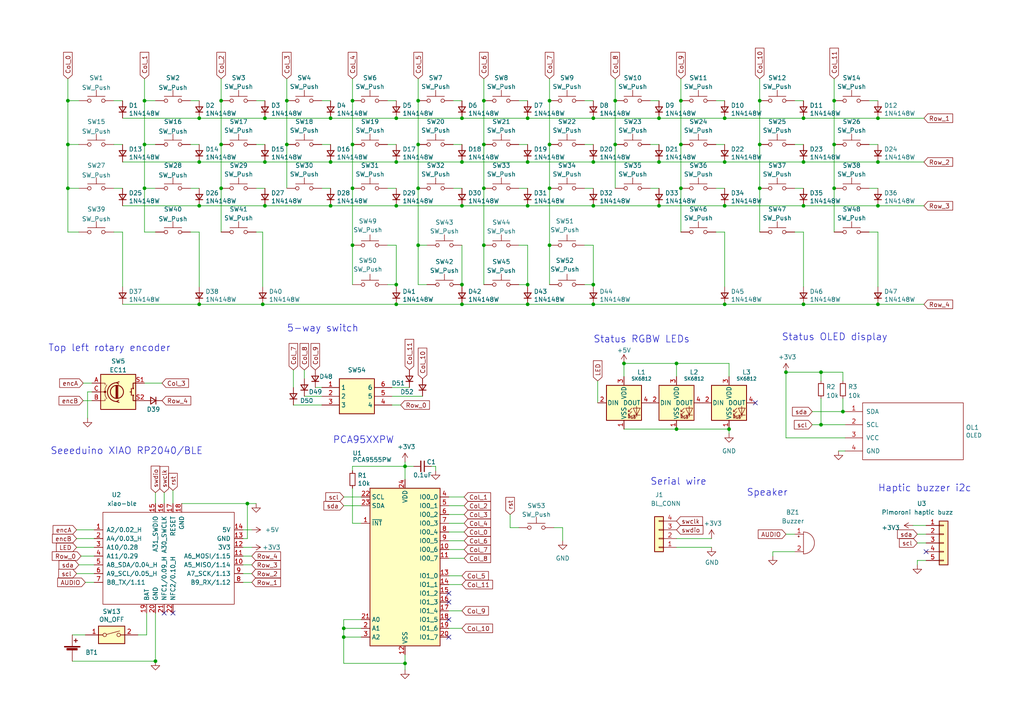
<source format=kicad_sch>
(kicad_sch (version 20230121) (generator eeschema)
  (paper "A4")
  (junction (at 114.935 34.29))
  (junction (at 159.385 54.61))
  (junction (at 64.135 54.61))
  (junction (at 159.385 29.21))
  (junction (at 102.235 54.61))
  (junction (at 140.335 41.91))
  (junction (at 133.985 46.99))
  (junction (at 210.185 59.69))
  (junction (at 114.935 82.55))
  (junction (at 76.2 88.265))
  (junction (at 191.135 34.29))
  (junction (at 114.935 46.99))
  (junction (at 117.475 192.405))
  (junction (at 57.785 88.265))
  (junction (at 153.035 82.55))
  (junction (at 233.045 46.99))
  (junction (at 153.035 34.29))
  (junction (at 238.125 107.95))
  (junction (at 233.045 59.69))
  (junction (at 159.385 41.91))
  (junction (at 233.045 88.265))
  (junction (at 254.635 46.99))
  (junction (at 99.695 182.245))
  (junction (at 121.285 54.61))
  (junction (at 197.485 54.61))
  (junction (at 210.185 88.265))
  (junction (at 153.035 46.99))
  (junction (at 102.235 41.91))
  (junction (at 57.785 34.29))
  (junction (at 76.835 59.69))
  (junction (at 153.035 59.69))
  (junction (at 238.125 123.19))
  (junction (at 102.235 71.12))
  (junction (at 121.285 29.21))
  (junction (at 76.835 34.29))
  (junction (at 64.135 29.21))
  (junction (at 57.785 59.69))
  (junction (at 19.685 29.21))
  (junction (at 244.475 119.38))
  (junction (at 191.135 59.69))
  (junction (at 211.455 124.46))
  (junction (at 114.935 59.69))
  (junction (at 140.335 54.61))
  (junction (at 64.135 41.91))
  (junction (at 197.485 29.21))
  (junction (at 172.085 88.265))
  (junction (at 254.635 34.29))
  (junction (at 95.885 34.29))
  (junction (at 99.695 184.785))
  (junction (at 95.885 46.99))
  (junction (at 220.345 54.61))
  (junction (at 172.085 59.69))
  (junction (at 254.635 59.69))
  (junction (at 241.935 41.91))
  (junction (at 41.91 54.61))
  (junction (at 57.785 46.99))
  (junction (at 196.215 124.46))
  (junction (at 121.285 41.91))
  (junction (at 140.335 71.12))
  (junction (at 178.435 29.21))
  (junction (at 254.635 88.265))
  (junction (at 71.755 146.05))
  (junction (at 241.935 54.61))
  (junction (at 76.835 46.99))
  (junction (at 227.965 107.95))
  (junction (at 95.885 59.69))
  (junction (at 133.985 34.29))
  (junction (at 121.285 71.12))
  (junction (at 191.135 46.99))
  (junction (at 197.485 41.91))
  (junction (at 83.185 41.91))
  (junction (at 102.235 29.21))
  (junction (at 133.985 82.55))
  (junction (at 178.435 41.91))
  (junction (at 133.985 88.265))
  (junction (at 210.185 34.29))
  (junction (at 133.985 59.69))
  (junction (at 140.335 29.21))
  (junction (at 45.085 191.77))
  (junction (at 114.935 88.265))
  (junction (at 19.685 41.91))
  (junction (at 172.085 82.55))
  (junction (at 83.185 29.21))
  (junction (at 19.685 54.61))
  (junction (at 196.215 105.41))
  (junction (at 41.91 29.21))
  (junction (at 172.085 34.29))
  (junction (at 210.185 46.99))
  (junction (at 220.345 41.91))
  (junction (at 241.935 29.21))
  (junction (at 153.035 88.265))
  (junction (at 41.91 41.91))
  (junction (at 172.085 46.99))
  (junction (at 220.345 29.21))
  (junction (at 233.045 34.29))
  (junction (at 159.385 71.12))
  (junction (at 180.975 105.41))
  (junction (at 117.475 135.255))
  (no_connect (at 219.075 116.84))
  (no_connect (at 268.605 160.02))
  (no_connect (at 130.175 184.785))
  (no_connect (at 130.175 172.085))
  (no_connect (at 130.175 174.625))
  (no_connect (at 130.175 179.705))
  (no_connect (at 47.625 177.8))
  (no_connect (at 50.165 177.8))
  (wire (pts (xy 244.475 119.38) (xy 245.11 119.38)))
  (wire (pts (xy 244.475 115.57) (xy 244.475 119.38)))
  (wire (pts (xy 196.215 156.21) (xy 206.375 156.21)))
  (wire (pts (xy 41.91 111.125) (xy 46.99 111.125)))
  (wire (pts (xy 25.4 113.665) (xy 26.67 113.665)))
  (wire (pts (xy 252.095 54.61) (xy 254.635 54.61)))
  (wire (pts (xy 64.135 29.21) (xy 64.135 41.91)))
  (wire (pts (xy 41.91 54.61) (xy 41.91 67.31)))
  (wire (pts (xy 134.62 159.385) (xy 130.175 159.385)))
  (wire (pts (xy 150.495 71.12) (xy 153.035 71.12)))
  (wire (pts (xy 121.285 29.21) (xy 121.285 41.91)))
  (wire (pts (xy 102.235 71.12) (xy 102.235 82.55)))
  (wire (pts (xy 252.095 41.91) (xy 254.635 41.91)))
  (wire (pts (xy 169.545 71.12) (xy 172.085 71.12)))
  (wire (pts (xy 55.245 29.21) (xy 57.785 29.21)))
  (wire (pts (xy 196.215 158.75) (xy 206.375 158.75)))
  (wire (pts (xy 64.135 54.61) (xy 64.135 67.31)))
  (wire (pts (xy 230.505 67.31) (xy 233.045 67.31)))
  (wire (pts (xy 220.345 54.61) (xy 220.345 67.31)))
  (wire (pts (xy 172.085 88.265) (xy 210.185 88.265)))
  (wire (pts (xy 114.935 82.55) (xy 114.935 83.185)))
  (wire (pts (xy 188.595 54.61) (xy 191.135 54.61)))
  (wire (pts (xy 33.02 67.31) (xy 35.56 67.31)))
  (wire (pts (xy 83.185 29.21) (xy 83.185 41.91)))
  (wire (pts (xy 102.235 41.91) (xy 102.235 54.61)))
  (wire (pts (xy 169.545 82.55) (xy 172.085 82.55)))
  (wire (pts (xy 244.475 107.95) (xy 244.475 110.49)))
  (wire (pts (xy 19.685 29.21) (xy 19.685 41.91)))
  (wire (pts (xy 238.125 115.57) (xy 238.125 123.19)))
  (wire (pts (xy 41.91 41.91) (xy 45.085 41.91)))
  (wire (pts (xy 50.165 142.24) (xy 50.165 146.05)))
  (wire (pts (xy 57.785 88.265) (xy 76.2 88.265)))
  (wire (pts (xy 35.56 34.29) (xy 57.785 34.29)))
  (wire (pts (xy 241.935 29.21) (xy 241.935 41.91)))
  (wire (pts (xy 104.775 151.765) (xy 102.235 151.765)))
  (wire (pts (xy 95.885 34.29) (xy 114.935 34.29)))
  (wire (pts (xy 180.975 124.46) (xy 196.215 124.46)))
  (wire (pts (xy 121.285 71.12) (xy 121.285 54.61)))
  (wire (pts (xy 40.005 184.15) (xy 42.545 184.15)))
  (wire (pts (xy 134.62 156.845) (xy 130.175 156.845)))
  (wire (pts (xy 133.985 82.55) (xy 133.985 83.185)))
  (wire (pts (xy 70.485 153.67) (xy 73.025 153.67)))
  (wire (pts (xy 153.035 46.99) (xy 172.085 46.99)))
  (wire (pts (xy 196.215 124.46) (xy 211.455 124.46)))
  (wire (pts (xy 64.135 22.86) (xy 64.135 29.21)))
  (wire (pts (xy 85.09 107.315) (xy 85.09 112.395)))
  (wire (pts (xy 178.435 29.21) (xy 178.435 41.91)))
  (wire (pts (xy 169.545 54.61) (xy 172.085 54.61)))
  (wire (pts (xy 41.91 29.21) (xy 45.085 29.21)))
  (wire (pts (xy 74.295 67.31) (xy 76.2 67.31)))
  (wire (pts (xy 19.685 29.21) (xy 22.86 29.21)))
  (wire (pts (xy 33.02 41.91) (xy 35.56 41.91)))
  (wire (pts (xy 35.56 88.265) (xy 57.785 88.265)))
  (wire (pts (xy 88.265 107.315) (xy 88.265 109.855)))
  (wire (pts (xy 76.835 34.29) (xy 95.885 34.29)))
  (wire (pts (xy 121.285 54.61) (xy 121.92 54.61)))
  (wire (pts (xy 207.645 29.21) (xy 210.185 29.21)))
  (wire (pts (xy 19.685 54.61) (xy 22.86 54.61)))
  (wire (pts (xy 238.125 107.95) (xy 227.965 107.95)))
  (wire (pts (xy 113.665 117.475) (xy 116.205 117.475)))
  (wire (pts (xy 220.345 41.91) (xy 220.345 54.61)))
  (wire (pts (xy 112.395 41.91) (xy 114.935 41.91)))
  (wire (pts (xy 24.13 116.205) (xy 26.67 116.205)))
  (wire (pts (xy 133.985 88.265) (xy 153.035 88.265)))
  (wire (pts (xy 55.245 41.91) (xy 57.785 41.91)))
  (wire (pts (xy 172.085 59.69) (xy 191.135 59.69)))
  (wire (pts (xy 71.755 146.05) (xy 52.705 146.05)))
  (wire (pts (xy 70.485 161.29) (xy 73.025 161.29)))
  (wire (pts (xy 99.695 184.785) (xy 104.775 184.785)))
  (wire (pts (xy 112.395 29.21) (xy 114.935 29.21)))
  (wire (pts (xy 35.56 59.69) (xy 57.785 59.69)))
  (wire (pts (xy 159.385 54.61) (xy 159.385 71.12)))
  (wire (pts (xy 211.455 124.46) (xy 211.455 125.73)))
  (wire (pts (xy 71.755 146.05) (xy 74.295 146.05)))
  (wire (pts (xy 210.185 67.31) (xy 210.185 83.185)))
  (wire (pts (xy 73.025 166.37) (xy 70.485 166.37)))
  (wire (pts (xy 230.505 54.61) (xy 233.045 54.61)))
  (wire (pts (xy 197.485 54.61) (xy 197.485 67.31)))
  (wire (pts (xy 57.785 67.31) (xy 57.785 83.185)))
  (wire (pts (xy 134.62 144.145) (xy 130.175 144.145)))
  (wire (pts (xy 35.56 67.31) (xy 35.56 83.185)))
  (wire (pts (xy 95.885 59.69) (xy 114.935 59.69)))
  (wire (pts (xy 196.215 105.41) (xy 211.455 105.41)))
  (wire (pts (xy 95.885 46.99) (xy 114.935 46.99)))
  (wire (pts (xy 19.685 41.91) (xy 19.685 54.61)))
  (wire (pts (xy 20.955 184.15) (xy 24.765 184.15)))
  (wire (pts (xy 93.345 41.91) (xy 95.885 41.91)))
  (wire (pts (xy 159.385 41.91) (xy 159.385 54.61)))
  (wire (pts (xy 99.695 179.705) (xy 99.695 182.245)))
  (wire (pts (xy 133.985 71.12) (xy 133.985 82.55)))
  (wire (pts (xy 113.665 114.935) (xy 122.555 114.935)))
  (wire (pts (xy 227.965 127) (xy 245.11 127)))
  (wire (pts (xy 23.495 161.29) (xy 27.305 161.29)))
  (wire (pts (xy 233.045 88.265) (xy 254.635 88.265)))
  (wire (pts (xy 178.435 41.91) (xy 178.435 54.61)))
  (wire (pts (xy 233.045 59.69) (xy 254.635 59.69)))
  (wire (pts (xy 197.485 22.86) (xy 197.485 29.21)))
  (wire (pts (xy 238.125 123.19) (xy 245.11 123.19)))
  (wire (pts (xy 133.985 59.69) (xy 153.035 59.69)))
  (wire (pts (xy 45.085 142.875) (xy 45.085 146.05)))
  (wire (pts (xy 178.435 22.86) (xy 178.435 29.21)))
  (wire (pts (xy 19.685 41.91) (xy 22.86 41.91)))
  (wire (pts (xy 83.185 41.91) (xy 83.185 54.61)))
  (wire (pts (xy 153.035 82.55) (xy 153.035 83.185)))
  (wire (pts (xy 254.635 67.31) (xy 254.635 83.185)))
  (wire (pts (xy 233.045 34.29) (xy 254.635 34.29)))
  (wire (pts (xy 25.4 121.285) (xy 25.4 113.665)))
  (wire (pts (xy 172.085 46.99) (xy 191.135 46.99)))
  (wire (pts (xy 126.365 135.255) (xy 126.365 136.525)))
  (wire (pts (xy 114.935 34.29) (xy 133.985 34.29)))
  (wire (pts (xy 188.595 29.21) (xy 191.135 29.21)))
  (wire (pts (xy 197.485 29.21) (xy 197.485 41.91)))
  (wire (pts (xy 150.495 29.21) (xy 153.035 29.21)))
  (wire (pts (xy 104.775 182.245) (xy 99.695 182.245)))
  (wire (pts (xy 169.545 41.91) (xy 172.085 41.91)))
  (wire (pts (xy 24.765 168.91) (xy 27.305 168.91)))
  (wire (pts (xy 160.655 153.035) (xy 163.195 153.035)))
  (wire (pts (xy 159.385 71.12) (xy 159.385 82.55)))
  (wire (pts (xy 254.635 88.265) (xy 267.97 88.265)))
  (wire (pts (xy 22.86 163.83) (xy 27.305 163.83)))
  (wire (pts (xy 99.695 182.245) (xy 99.695 184.785)))
  (wire (pts (xy 64.135 41.91) (xy 64.135 54.61)))
  (wire (pts (xy 133.985 46.99) (xy 153.035 46.99)))
  (wire (pts (xy 19.685 22.86) (xy 19.685 29.21)))
  (wire (pts (xy 112.395 54.61) (xy 114.935 54.61)))
  (wire (pts (xy 266.065 163.83) (xy 266.065 162.56)))
  (wire (pts (xy 41.91 41.91) (xy 41.91 54.61)))
  (wire (pts (xy 22.225 156.21) (xy 27.305 156.21)))
  (wire (pts (xy 147.955 149.225) (xy 147.955 153.035)))
  (wire (pts (xy 121.285 22.86) (xy 121.285 29.21)))
  (wire (pts (xy 112.395 82.55) (xy 114.935 82.55)))
  (wire (pts (xy 114.935 71.12) (xy 114.935 82.55)))
  (wire (pts (xy 238.125 107.95) (xy 238.125 110.49)))
  (wire (pts (xy 169.545 29.21) (xy 172.085 29.21)))
  (wire (pts (xy 210.185 88.265) (xy 233.045 88.265)))
  (wire (pts (xy 130.175 169.545) (xy 133.985 169.545)))
  (wire (pts (xy 57.785 59.69) (xy 76.835 59.69)))
  (wire (pts (xy 74.295 54.61) (xy 76.835 54.61)))
  (wire (pts (xy 73.025 168.91) (xy 70.485 168.91)))
  (wire (pts (xy 134.62 151.765) (xy 130.175 151.765)))
  (wire (pts (xy 224.155 160.02) (xy 230.505 160.02)))
  (wire (pts (xy 140.335 54.61) (xy 140.335 71.12)))
  (wire (pts (xy 147.955 153.035) (xy 150.495 153.035)))
  (wire (pts (xy 140.335 22.86) (xy 140.335 29.21)))
  (wire (pts (xy 233.045 67.31) (xy 233.045 83.185)))
  (wire (pts (xy 57.785 46.99) (xy 76.835 46.99)))
  (wire (pts (xy 102.235 29.21) (xy 102.235 41.91)))
  (wire (pts (xy 196.215 105.41) (xy 196.215 109.22)))
  (wire (pts (xy 150.495 82.55) (xy 153.035 82.55)))
  (wire (pts (xy 235.585 123.19) (xy 238.125 123.19)))
  (wire (pts (xy 35.56 46.99) (xy 57.785 46.99)))
  (wire (pts (xy 117.475 192.405) (xy 117.475 189.865)))
  (wire (pts (xy 99.695 184.785) (xy 99.695 192.405)))
  (wire (pts (xy 191.135 59.69) (xy 210.185 59.69)))
  (wire (pts (xy 22.225 166.37) (xy 27.305 166.37)))
  (wire (pts (xy 123.825 82.55) (xy 121.285 82.55)))
  (wire (pts (xy 19.685 54.61) (xy 19.685 67.31)))
  (wire (pts (xy 191.135 46.99) (xy 210.185 46.99)))
  (wire (pts (xy 33.02 29.21) (xy 35.56 29.21)))
  (wire (pts (xy 254.635 34.29) (xy 267.97 34.29)))
  (wire (pts (xy 233.045 46.99) (xy 254.635 46.99)))
  (wire (pts (xy 85.09 117.475) (xy 93.345 117.475)))
  (wire (pts (xy 210.185 34.29) (xy 233.045 34.29)))
  (wire (pts (xy 268.605 154.94) (xy 266.065 154.94)))
  (wire (pts (xy 220.345 29.21) (xy 220.345 41.91)))
  (wire (pts (xy 211.455 105.41) (xy 211.455 109.22)))
  (wire (pts (xy 153.035 88.265) (xy 172.085 88.265)))
  (wire (pts (xy 207.645 41.91) (xy 210.185 41.91)))
  (wire (pts (xy 180.975 105.41) (xy 180.975 109.22)))
  (wire (pts (xy 134.62 154.305) (xy 130.175 154.305)))
  (wire (pts (xy 112.395 71.12) (xy 114.935 71.12)))
  (wire (pts (xy 197.485 41.91) (xy 197.485 54.61)))
  (wire (pts (xy 130.175 177.165) (xy 133.985 177.165)))
  (wire (pts (xy 153.035 59.69) (xy 172.085 59.69)))
  (wire (pts (xy 88.265 114.935) (xy 93.345 114.935)))
  (wire (pts (xy 121.285 41.91) (xy 121.285 54.61)))
  (wire (pts (xy 230.505 41.91) (xy 233.045 41.91)))
  (wire (pts (xy 76.2 88.265) (xy 114.935 88.265)))
  (wire (pts (xy 76.835 46.99) (xy 95.885 46.99)))
  (wire (pts (xy 114.935 46.99) (xy 133.985 46.99)))
  (wire (pts (xy 123.825 71.12) (xy 121.285 71.12)))
  (wire (pts (xy 41.91 29.21) (xy 41.91 41.91)))
  (wire (pts (xy 266.065 162.56) (xy 268.605 162.56)))
  (wire (pts (xy 55.245 54.61) (xy 57.785 54.61)))
  (wire (pts (xy 70.485 156.21) (xy 71.755 156.21)))
  (wire (pts (xy 19.685 67.31) (xy 22.86 67.31)))
  (wire (pts (xy 134.62 146.685) (xy 130.175 146.685)))
  (wire (pts (xy 241.935 54.61) (xy 241.935 67.31)))
  (wire (pts (xy 55.245 67.31) (xy 57.785 67.31)))
  (wire (pts (xy 114.935 88.265) (xy 133.985 88.265)))
  (wire (pts (xy 93.345 54.61) (xy 95.885 54.61)))
  (wire (pts (xy 130.175 167.005) (xy 133.985 167.005)))
  (wire (pts (xy 74.295 29.21) (xy 76.835 29.21)))
  (wire (pts (xy 22.225 153.67) (xy 27.305 153.67)))
  (wire (pts (xy 57.785 34.29) (xy 76.835 34.29)))
  (wire (pts (xy 91.44 112.395) (xy 93.345 112.395)))
  (wire (pts (xy 210.185 46.99) (xy 233.045 46.99)))
  (wire (pts (xy 243.205 130.81) (xy 245.11 130.81)))
  (wire (pts (xy 76.835 59.69) (xy 95.885 59.69)))
  (wire (pts (xy 102.235 54.61) (xy 102.235 71.12)))
  (wire (pts (xy 41.91 67.31) (xy 45.085 67.31)))
  (wire (pts (xy 133.985 34.29) (xy 153.035 34.29)))
  (wire (pts (xy 134.62 161.925) (xy 130.175 161.925)))
  (wire (pts (xy 235.585 119.38) (xy 244.475 119.38)))
  (wire (pts (xy 42.545 184.15) (xy 42.545 177.8)))
  (wire (pts (xy 24.13 111.125) (xy 26.67 111.125)))
  (wire (pts (xy 268.605 152.4) (xy 264.795 152.4)))
  (wire (pts (xy 252.095 67.31) (xy 254.635 67.31)))
  (wire (pts (xy 140.335 29.21) (xy 140.335 41.91)))
  (wire (pts (xy 73.025 158.75) (xy 70.485 158.75)))
  (wire (pts (xy 76.2 67.31) (xy 76.2 83.185)))
  (wire (pts (xy 150.495 54.61) (xy 153.035 54.61)))
  (wire (pts (xy 120.015 135.255) (xy 117.475 135.255)))
  (wire (pts (xy 74.295 41.91) (xy 76.835 41.91)))
  (wire (pts (xy 207.645 54.61) (xy 210.185 54.61)))
  (wire (pts (xy 241.935 41.91) (xy 241.935 54.61)))
  (wire (pts (xy 20.955 191.77) (xy 45.085 191.77)))
  (wire (pts (xy 238.125 107.95) (xy 244.475 107.95)))
  (wire (pts (xy 210.185 67.31) (xy 207.645 67.31)))
  (wire (pts (xy 227.965 107.95) (xy 227.965 127)))
  (wire (pts (xy 159.385 29.21) (xy 159.385 41.91)))
  (wire (pts (xy 191.135 34.29) (xy 210.185 34.29)))
  (wire (pts (xy 33.02 54.61) (xy 35.56 54.61)))
  (wire (pts (xy 99.695 192.405) (xy 117.475 192.405)))
  (wire (pts (xy 254.635 46.99) (xy 267.97 46.99)))
  (wire (pts (xy 121.285 71.12) (xy 121.285 82.55)))
  (wire (pts (xy 130.175 182.245) (xy 133.985 182.245)))
  (wire (pts (xy 117.475 194.31) (xy 117.475 192.405)))
  (wire (pts (xy 47.625 142.875) (xy 47.625 146.05)))
  (wire (pts (xy 99.695 146.685) (xy 104.775 146.685)))
  (wire (pts (xy 99.695 144.145) (xy 104.775 144.145)))
  (wire (pts (xy 117.475 133.985) (xy 117.475 135.255)))
  (wire (pts (xy 83.185 22.86) (xy 83.185 29.21)))
  (wire (pts (xy 172.085 34.29) (xy 191.135 34.29)))
  (wire (pts (xy 102.235 135.255) (xy 102.235 136.525)))
  (wire (pts (xy 41.91 22.86) (xy 41.91 29.21)))
  (wire (pts (xy 224.155 160.02) (xy 224.155 161.29)))
  (wire (pts (xy 153.035 34.29) (xy 172.085 34.29)))
  (wire (pts (xy 210.185 59.69) (xy 233.045 59.69)))
  (wire (pts (xy 71.755 156.21) (xy 71.755 146.05)))
  (wire (pts (xy 252.095 29.21) (xy 254.635 29.21)))
  (wire (pts (xy 150.495 41.91) (xy 153.035 41.91)))
  (wire (pts (xy 140.335 71.12) (xy 140.335 82.55)))
  (wire (pts (xy 131.445 41.91) (xy 133.985 41.91)))
  (wire (pts (xy 153.035 71.12) (xy 153.035 82.55)))
  (wire (pts (xy 159.385 22.86) (xy 159.385 29.21)))
  (wire (pts (xy 104.775 179.705) (xy 99.695 179.705)))
  (wire (pts (xy 73.025 163.83) (xy 70.485 163.83)))
  (wire (pts (xy 102.235 22.86) (xy 102.235 29.21)))
  (wire (pts (xy 172.085 82.55) (xy 172.085 83.185)))
  (wire (pts (xy 114.935 59.69) (xy 133.985 59.69)))
  (wire (pts (xy 173.355 110.49) (xy 173.355 116.84)))
  (wire (pts (xy 134.62 149.225) (xy 130.175 149.225)))
  (wire (pts (xy 180.975 105.41) (xy 196.215 105.41)))
  (wire (pts (xy 241.935 22.86) (xy 241.935 29.21)))
  (wire (pts (xy 102.235 135.255) (xy 117.475 135.255)))
  (wire (pts (xy 140.335 41.91) (xy 140.335 54.61)))
  (wire (pts (xy 41.91 54.61) (xy 45.085 54.61)))
  (wire (pts (xy 227.965 154.94) (xy 230.505 154.94)))
  (wire (pts (xy 163.195 153.035) (xy 163.195 156.845)))
  (wire (pts (xy 230.505 29.21) (xy 233.045 29.21)))
  (wire (pts (xy 126.365 135.255) (xy 125.095 135.255)))
  (wire (pts (xy 172.085 71.12) (xy 172.085 82.55)))
  (wire (pts (xy 220.345 22.86) (xy 220.345 29.21)))
  (wire (pts (xy 188.595 41.91) (xy 191.135 41.91)))
  (wire (pts (xy 22.225 158.75) (xy 27.305 158.75)))
  (wire (pts (xy 117.475 135.255) (xy 117.475 139.065)))
  (wire (pts (xy 254.635 59.69) (xy 267.97 59.69)))
  (wire (pts (xy 131.445 54.61) (xy 133.985 54.61)))
  (wire (pts (xy 268.605 157.48) (xy 266.065 157.48)))
  (wire (pts (xy 113.665 112.395) (xy 118.745 112.395)))
  (wire (pts (xy 102.235 151.765) (xy 102.235 141.605)))
  (wire (pts (xy 131.445 29.21) (xy 133.985 29.21)))
  (wire (pts (xy 93.345 29.21) (xy 95.885 29.21)))
  (wire (pts (xy 45.085 177.8) (xy 45.085 191.77)))
  (text "Status OLED display \n" (at 226.695 99.06 0) (effects (font (size 2 2)) (justify left bottom)))
  (text "PCA95XXPW" (at 96.52 128.905 0) (effects (font (size 2 2)) (justify left bottom)))
  (text "Speaker" (at 216.535 144.145 0) (effects (font (size 2 2)) (justify left bottom)))
  (text "Seeeduino XIAO RP2040/BLE" (at 14.605 132.08 0) (effects (font (size 2 2)) (justify left bottom)))
  (text "5-way switch" (at 83.185 96.52 0) (effects (font (size 2 2)) (justify left bottom)))
  (text "Serial wire" (at 188.595 140.97 0) (effects (font (size 2 2)) (justify left bottom)))
  (text "Status RGBW LEDs" (at 172.085 99.695 0) (effects (font (size 2 2)) (justify left bottom)))
  (text "Haptic buzzer i2c" (at 254.635 142.875 0) (effects (font (size 2 2)) (justify left bottom)))
  (text "Top left rotary encoder" (at 13.97 102.235 0) (effects (font (size 2 2)) (justify left bottom)))
  (global_label "Col_8" (shape input) (at 88.265 107.315 90) (property "Intersheetrefs" "${INTERSHEET_REFS}" (effects hide)))
  (global_label "Col_10" (shape input) (at 220.345 22.86 90) (property "Intersheetrefs" "${INTERSHEET_REFS}" (effects hide)))
  (global_label "Col_9" (shape input) (at 133.985 177.165 0) (property "Intersheetrefs" "${INTERSHEET_REFS}" (effects hide)))
  (global_label "Row_2" (shape input) (at 73.025 166.37 0) (property "Intersheetrefs" "${INTERSHEET_REFS}" (effects hide)))
  (global_label "Col_8" (shape input) (at 134.62 161.925 0) (property "Intersheetrefs" "${INTERSHEET_REFS}" (effects hide)))
  (global_label "Col_3" (shape input) (at 83.185 22.86 90) (property "Intersheetrefs" "${INTERSHEET_REFS}" (effects hide)))
  (global_label "Col_8" (shape input) (at 178.435 22.86 90) (property "Intersheetrefs" "${INTERSHEET_REFS}" (effects hide)))
  (global_label "Row_4" (shape input) (at 73.025 161.29 0) (property "Intersheetrefs" "${INTERSHEET_REFS}" (effects hide)))
  (global_label "Col_3" (shape input) (at 134.62 149.225 0) (property "Intersheetrefs" "${INTERSHEET_REFS}" (effects hide)))
  (global_label "Col_5" (shape input) (at 133.985 167.005 0) (property "Intersheetrefs" "${INTERSHEET_REFS}" (effects hide)))
  (global_label "Col_4" (shape input) (at 134.62 151.765 0) (property "Intersheetrefs" "${INTERSHEET_REFS}" (effects hide)))
  (global_label "Col_9" (shape input) (at 91.44 107.315 90) (property "Intersheetrefs" "${INTERSHEET_REFS}" (effects hide)))
  (global_label "encB" (shape input) (at 22.225 156.21 180) (property "Intersheetrefs" "${INTERSHEET_REFS}" (effects hide)))
  (global_label "Row_1" (shape input) (at 267.97 34.29 0) (property "Intersheetrefs" "${INTERSHEET_REFS}" (effects hide)))
  (global_label "swclk" (shape input) (at 196.215 151.13 0) (property "Intersheetrefs" "${INTERSHEET_REFS}" (effects hide)))
  (global_label "Col_1" (shape input) (at 41.91 22.86 90) (property "Intersheetrefs" "${INTERSHEET_REFS}" (effects hide)))
  (global_label "Row_4" (shape input) (at 46.99 116.205 0) (property "Intersheetrefs" "${INTERSHEET_REFS}" (effects hide)))
  (global_label "scl" (shape input) (at 235.585 123.19 180) (property "Intersheetrefs" "${INTERSHEET_REFS}" (effects hide)))
  (global_label "Col_2" (shape input) (at 134.62 146.685 0) (property "Intersheetrefs" "${INTERSHEET_REFS}" (effects hide)))
  (global_label "encB" (shape input) (at 24.13 116.205 180) (property "Intersheetrefs" "${INTERSHEET_REFS}" (effects hide)))
  (global_label "Row_2" (shape input) (at 267.97 46.99 0) (property "Intersheetrefs" "${INTERSHEET_REFS}" (effects hide)))
  (global_label "Col_1" (shape input) (at 134.62 144.145 0) (property "Intersheetrefs" "${INTERSHEET_REFS}" (effects hide)))
  (global_label "Col_11" (shape input) (at 118.745 107.315 90) (property "Intersheetrefs" "${INTERSHEET_REFS}" (effects hide)))
  (global_label "swclk" (shape input) (at 47.625 142.875 90) (property "Intersheetrefs" "${INTERSHEET_REFS}" (effects hide)))
  (global_label "Col_11" (shape input) (at 133.985 169.545 0) (property "Intersheetrefs" "${INTERSHEET_REFS}" (effects hide)))
  (global_label "rst" (shape input) (at 50.165 142.24 90) (property "Intersheetrefs" "${INTERSHEET_REFS}" (effects hide)))
  (global_label "Row_4" (shape input) (at 267.97 88.265 0) (property "Intersheetrefs" "${INTERSHEET_REFS}" (effects hide)))
  (global_label "Col_6" (shape input) (at 134.62 156.845 0) (property "Intersheetrefs" "${INTERSHEET_REFS}" (effects hide)))
  (global_label "Col_6" (shape input) (at 140.335 22.86 90) (property "Intersheetrefs" "${INTERSHEET_REFS}" (effects hide)))
  (global_label "Col_11" (shape input) (at 241.935 22.86 90) (property "Intersheetrefs" "${INTERSHEET_REFS}" (effects hide)))
  (global_label "Col_4" (shape input) (at 102.235 22.86 90) (property "Intersheetrefs" "${INTERSHEET_REFS}" (effects hide)))
  (global_label "encA" (shape input) (at 24.13 111.125 180) (property "Intersheetrefs" "${INTERSHEET_REFS}" (effects hide)))
  (global_label "Row_3" (shape input) (at 73.025 163.83 0) (property "Intersheetrefs" "${INTERSHEET_REFS}" (effects hide)))
  (global_label "AUDIO" (shape input) (at 227.965 154.94 180) (property "Intersheetrefs" "${INTERSHEET_REFS}" (effects hide)))
  (global_label "Col_7" (shape input) (at 85.09 107.315 90) (property "Intersheetrefs" "${INTERSHEET_REFS}" (effects hide)))
  (global_label "Row_3" (shape input) (at 267.97 59.69 0) (property "Intersheetrefs" "${INTERSHEET_REFS}" (effects hide)))
  (global_label "Col_0" (shape input) (at 134.62 154.305 0) (property "Intersheetrefs" "${INTERSHEET_REFS}" (effects hide)))
  (global_label "scl" (shape input) (at 99.695 144.145 180) (property "Intersheetrefs" "${INTERSHEET_REFS}" (effects hide)))
  (global_label "swdio" (shape input) (at 196.215 153.67 0) (property "Intersheetrefs" "${INTERSHEET_REFS}" (effects hide)))
  (global_label "encA" (shape input) (at 22.225 153.67 180) (property "Intersheetrefs" "${INTERSHEET_REFS}" (effects hide)))
  (global_label "sda" (shape input) (at 235.585 119.38 180) (property "Intersheetrefs" "${INTERSHEET_REFS}" (effects hide)))
  (global_label "Col_7" (shape input) (at 159.385 22.86 90) (property "Intersheetrefs" "${INTERSHEET_REFS}" (effects hide)))
  (global_label "LED" (shape input) (at 22.225 158.75 180) (property "Intersheetrefs" "${INTERSHEET_REFS}" (effects hide)))
  (global_label "Col_7" (shape input) (at 134.62 159.385 0) (property "Intersheetrefs" "${INTERSHEET_REFS}" (effects hide)))
  (global_label "LED" (shape input) (at 173.355 110.49 90) (property "Intersheetrefs" "${INTERSHEET_REFS}" (effects hide)))
  (global_label "Row_1" (shape input) (at 73.025 168.91 0) (property "Intersheetrefs" "${INTERSHEET_REFS}" (effects hide)))
  (global_label "scl" (shape input) (at 22.225 166.37 180) (property "Intersheetrefs" "${INTERSHEET_REFS}" (effects hide)))
  (global_label "Col_9" (shape input) (at 197.485 22.86 90) (property "Intersheetrefs" "${INTERSHEET_REFS}" (effects hide)))
  (global_label "Col_10" (shape input) (at 122.555 109.855 90) (property "Intersheetrefs" "${INTERSHEET_REFS}" (effects hide)))
  (global_label "Col_3" (shape input) (at 46.99 111.125 0) (property "Intersheetrefs" "${INTERSHEET_REFS}" (effects hide)))
  (global_label "Col_5" (shape input) (at 121.285 22.86 90) (property "Intersheetrefs" "${INTERSHEET_REFS}" (effects hide)))
  (global_label "rst" (shape input) (at 147.955 149.225 90) (property "Intersheetrefs" "${INTERSHEET_REFS}" (effects hide)))
  (global_label "Col_0" (shape input) (at 19.685 22.86 90) (property "Intersheetrefs" "${INTERSHEET_REFS}" (effects hide)))
  (global_label "sda" (shape input) (at 266.065 154.94 180) (property "Intersheetrefs" "${INTERSHEET_REFS}" (effects hide)))
  (global_label "scl" (shape input) (at 266.065 157.48 180) (property "Intersheetrefs" "${INTERSHEET_REFS}" (effects hide)))
  (global_label "sda" (shape input) (at 99.695 146.685 180) (property "Intersheetrefs" "${INTERSHEET_REFS}" (effects hide)))
  (global_label "Row_0" (shape input) (at 116.205 117.475 0) (property "Intersheetrefs" "${INTERSHEET_REFS}" (effects hide)))
  (global_label "Col_2" (shape input) (at 64.135 22.86 90) (property "Intersheetrefs" "${INTERSHEET_REFS}" (effects hide)))
  (global_label "Row_0" (shape input) (at 23.495 161.29 180) (property "Intersheetrefs" "${INTERSHEET_REFS}" (effects hide)))
  (global_label "swdio" (shape input) (at 45.085 142.875 90) (property "Intersheetrefs" "${INTERSHEET_REFS}" (effects hide)))
  (global_label "sda" (shape input) (at 22.86 163.83 180) (property "Intersheetrefs" "${INTERSHEET_REFS}" (effects hide)))
  (global_label "AUDIO" (shape input) (at 24.765 168.91 180) (property "Intersheetrefs" "${INTERSHEET_REFS}" (effects hide)))
  (global_label "Col_10" (shape input) (at 133.985 182.245 0) (property "Intersheetrefs" "${INTERSHEET_REFS}" (effects hide)))
  (symbol (lib_id "Switch:SW_Push") (at 225.425 67.31 0) (unit 1)
    (property "Reference" "SW47" (at 225.425 60.6892 0))
    (property "Value" "SW_Push" (at 225.425 63.2261 0))
    (property "Footprint" "weteor:CherryMX_Hotswap" (effects hide))
  )
  (symbol (lib_id "Device:D_Small") (at 95.885 44.45 90) (unit 1)
    (property "Reference" "D16" (at 97.663 43.2816 90) (effects (justify right)))
    (property "Value" "1N4148W" (at 97.663 45.593 90) (effects (justify right)))
    (property "Footprint" "weteor:D_SOD-123" (effects hide))
  )
  (symbol (lib_id "Switch:SW_Push") (at 69.215 29.21 0) (unit 1)
    (property "Reference" "SW3" (at 69.215 22.5892 0))
    (property "Value" "SW_Push" (at 69.215 25.1261 0))
    (property "Footprint" "weteor:CherryMX_Hotswap" (effects hide))
  )
  (symbol (lib_id "Device:D_Small") (at 254.635 85.725 90) (unit 1)
    (property "Reference" "D47" (at 256.413 84.5566 90) (effects (justify right)))
    (property "Value" "1N4148W" (at 256.413 86.868 90) (effects (justify right)))
    (property "Footprint" "weteor:D_SOD-123" (effects hide))
  )
  (symbol (lib_id "Switch:SW_Push") (at 107.315 54.61 0) (unit 1)
    (property "Reference" "SW31" (at 107.315 47.9892 0))
    (property "Value" "SW_Push" (at 107.315 50.5261 0))
    (property "Footprint" "weteor:CherryMX_Hotswap" (effects hide))
  )
  (symbol (lib_id "Switch:SW_Push") (at 88.265 54.61 0) (unit 1)
    (property "Reference" "SW30" (at 88.265 47.9892 0))
    (property "Value" "SW_Push" (at 88.265 50.5261 0))
    (property "Footprint" "weteor:CherryMX_Hotswap" (effects hide))
  )
  (symbol (lib_id "Switch:SW_Push") (at 27.94 29.21 0) (unit 1)
    (property "Reference" "SW1" (at 27.94 22.5892 0))
    (property "Value" "SW_Push" (at 27.94 25.4 0))
    (property "Footprint" "weteor:CherryMX_Hotswap" (effects hide))
  )
  (symbol (lib_id "Switch:SW_Push") (at 50.165 67.31 0) (unit 1)
    (property "Reference" "SW40" (at 50.165 60.6892 0))
    (property "Value" "SW_Push" (at 50.165 63.5 0))
    (property "Footprint" "weteor:CherryMX_Hotswap" (effects hide))
  )
  (symbol (lib_id "Device:D_Small") (at 153.035 31.75 90) (unit 1)
    (property "Reference" "D7" (at 154.813 30.5816 90) (effects (justify right)))
    (property "Value" "1N4148W" (at 154.813 32.893 90) (effects (justify right)))
    (property "Footprint" "weteor:D_SOD-123" (effects hide))
  )
  (symbol (lib_id "Device:D_Small") (at 133.985 85.725 90) (unit 1)
    (property "Reference" "D42" (at 135.763 84.5566 90) (effects (justify right)))
    (property "Value" "1N4148W" (at 135.763 86.868 90) (effects (justify right)))
    (property "Footprint" "weteor:D_SOD-123" (effects hide))
  )
  (symbol (lib_id "Device:D_Small") (at 210.185 44.45 90) (unit 1)
    (property "Reference" "D22" (at 211.963 43.2816 90) (effects (justify right)))
    (property "Value" "1N4148W" (at 211.963 45.593 90) (effects (justify right)))
    (property "Footprint" "weteor:D_SOD-123" (effects hide))
  )
  (symbol (lib_id "Device:D_Small") (at 191.135 44.45 90) (unit 1)
    (property "Reference" "D21" (at 192.913 43.2816 90) (effects (justify right)))
    (property "Value" "1N4148W" (at 192.913 45.593 90) (effects (justify right)))
    (property "Footprint" "weteor:D_SOD-123" (effects hide))
  )
  (symbol (lib_id "Switch:SW_Push") (at 69.215 54.61 0) (unit 1)
    (property "Reference" "SW29" (at 69.215 47.9892 0))
    (property "Value" "SW_Push" (at 69.215 50.5261 0))
    (property "Footprint" "weteor:CherryMX_Hotswap" (effects hide))
  )
  (symbol (lib_name "GND_6") (lib_id "power:GND") (at 163.195 156.845 0) (unit 1)
    (property "Reference" "#PWR015" (effects hide))
    (property "Value" "GND" (at 163.195 161.925 0))
  )
  (symbol (lib_id "power:+3V3") (at 227.965 107.95 0) (unit 1)
    (property "Reference" "#PWR012" (effects hide))
    (property "Value" "+3V3" (at 228.346 103.5558 0))
  )
  (symbol (lib_id "Switch:SW_Push") (at 50.165 54.61 0) (unit 1)
    (property "Reference" "SW28" (at 50.165 47.9892 0))
    (property "Value" "SW_Push" (at 50.165 50.8 0))
    (property "Footprint" "weteor:CherryMX_Hotswap" (effects hide))
  )
  (symbol (lib_id "Switch:SW_Push") (at 145.415 54.61 0) (unit 1)
    (property "Reference" "SW33" (at 145.415 47.9892 0))
    (property "Value" "SW_Push" (at 145.415 50.5261 0))
    (property "Footprint" "weteor:CherryMX_Hotswap" (effects hide))
  )
  (symbol (lib_id "Device:D_Small") (at 88.265 112.395 90) (unit 1)
    (property "Reference" "D49" (at 89.535 113.665 90) (effects (justify right)))
    (property "Value" "1N4148W" (effects hide))
    (property "Footprint" "weteor:D_SOD-123" (effects hide))
  )
  (symbol (lib_id "Switch:SW_Push") (at 145.415 82.55 0) (unit 1)
    (property "Reference" "SW45" (at 145.415 75.9292 0))
    (property "Value" "SW_Push" (at 145.415 78.4661 0))
    (property "Footprint" "weteor:Inv_CherryMX_Hotswap_1.25u" (effects hide))
  )
  (symbol (lib_id "power:+3V3") (at 117.475 133.985 0) (unit 1)
    (property "Reference" "#PWR02" (effects hide))
    (property "Value" "+3V3" (at 117.856 129.5908 0))
  )
  (symbol (lib_id "Switch:SW_Push") (at 225.425 41.91 0) (unit 1)
    (property "Reference" "SW25" (at 225.425 35.2892 0))
    (property "Value" "SW_Push" (at 225.425 37.8261 0))
    (property "Footprint" "weteor:CherryMX_Hotswap" (effects hide))
  )
  (symbol (lib_id "power:+3V3") (at 206.375 156.21 0) (unit 1)
    (property "Reference" "#PWR08" (effects hide))
    (property "Value" "+3V3" (at 206.756 151.8158 0))
  )
  (symbol (lib_id "Device:D_Small") (at 172.085 57.15 90) (unit 1)
    (property "Reference" "D32" (at 173.863 55.9816 90) (effects (justify right)))
    (property "Value" "1N4148W" (at 173.863 58.293 90) (effects (justify right)))
    (property "Footprint" "weteor:D_SOD-123" (effects hide))
  )
  (symbol (lib_id "Device:Battery_Cell") (at 20.955 189.23 0) (unit 1)
    (property "Reference" "BT1" (at 24.765 189.23 0) (effects (justify left)))
    (property "Value" "Battery_Cell" (effects hide))
    (property "Footprint" "Connector_Molex:Molex_PicoBlade_53048-0210_1x02_P1.25mm_Horizontal" (effects hide))
  )
  (symbol (lib_id "Switch:SW_Push") (at 107.315 41.91 0) (unit 1)
    (property "Reference" "SW19" (at 107.315 35.2892 0))
    (property "Value" "SW_Push" (at 107.315 37.8261 0))
    (property "Footprint" "weteor:CherryMX_Hotswap" (effects hide))
  )
  (symbol (lib_id "Switch:SW_Push") (at 126.365 29.21 0) (unit 1)
    (property "Reference" "SW7" (at 126.365 22.5892 0))
    (property "Value" "SW_Push" (at 126.365 25.1261 0))
    (property "Footprint" "weteor:CherryMX_Hotswap" (effects hide))
  )
  (symbol (lib_id "Device:D_Small") (at 35.56 85.725 90) (unit 1)
    (property "Reference" "D37" (at 37.338 84.5566 90) (effects (justify right)))
    (property "Value" "1N4148W" (at 37.338 86.868 90) (effects (justify right)))
    (property "Footprint" "weteor:D_SOD-123" (effects hide))
  )
  (symbol (lib_id "Device:D_Small") (at 254.635 44.45 90) (unit 1)
    (property "Reference" "D24" (at 256.413 43.2816 90) (effects (justify right)))
    (property "Value" "1N4148W" (at 256.413 45.593 90) (effects (justify right)))
    (property "Footprint" "weteor:D_SOD-123" (effects hide))
  )
  (symbol (lib_id "Switch:SW_Push") (at 155.575 153.035 0) (unit 1)
    (property "Reference" "SW53" (at 155.575 146.685 0))
    (property "Value" "SW_Push" (at 155.575 149.225 0))
    (property "Footprint" "weteor:Micro_Push_Button_3x6x2.5mm" (effects hide))
  )
  (symbol (lib_id "Switch:SW_Push") (at 50.165 29.21 0) (unit 1)
    (property "Reference" "SW2" (at 50.165 22.5892 0))
    (property "Value" "SW_Push" (at 50.165 25.4 0))
    (property "Footprint" "weteor:CherryMX_Hotswap" (effects hide))
  )
  (symbol (lib_id "power:GND") (at 25.4 121.285 0) (unit 1)
    (property "Reference" "#PWR013" (effects hide))
    (property "Value" "GND" (effects hide))
  )
  (symbol (lib_id "Device:D_Small") (at 44.45 116.205 180) (unit 1)
    (property "Reference" "D39" (at 42.545 118.745 0) (effects (justify right)))
    (property "Value" "1N4148W" (effects hide))
    (property "Footprint" "weteor:D_SOD-123" (effects hide))
  )
  (symbol (lib_id "power:GND") (at 117.475 194.31 0) (unit 1)
    (property "Reference" "#PWR03" (effects hide))
    (property "Value" "GND" (effects hide))
  )
  (symbol (lib_id "Device:D_Small") (at 76.835 44.45 90) (unit 1)
    (property "Reference" "D15" (at 78.613 43.2816 90) (effects (justify right)))
    (property "Value" "1N4148W" (at 78.613 45.593 90) (effects (justify right)))
    (property "Footprint" "weteor:D_SOD-123" (effects hide))
  )
  (symbol (lib_id "Switch:SW_Push") (at 88.265 29.21 0) (unit 1)
    (property "Reference" "SW4" (at 88.265 22.5892 0))
    (property "Value" "SW_Push" (at 88.265 25.1261 0))
    (property "Footprint" "weteor:CherryMX_Hotswap" (effects hide))
  )
  (symbol (lib_id "Switch:SW_Push") (at 126.365 54.61 0) (unit 1)
    (property "Reference" "SW32" (at 126.365 47.9892 0))
    (property "Value" "SW_Push" (at 126.365 50.5261 0))
    (property "Footprint" "weteor:CherryMX_Hotswap" (effects hide))
  )
  (symbol (lib_id "Switch:SW_Push") (at 164.465 82.55 0) (unit 1)
    (property "Reference" "SW52" (at 163.83 75.5681 0))
    (property "Value" "SW_Push" (at 163.83 78.105 0))
    (property "Footprint" "weteor:Inv_CherryMX_Hotswap_1.5u" (effects hide))
  )
  (symbol (lib_id "Device:D_Small") (at 76.835 31.75 90) (unit 1)
    (property "Reference" "D3" (at 78.613 30.5816 90) (effects (justify right)))
    (property "Value" "1N4148W" (at 78.613 32.893 90) (effects (justify right)))
    (property "Footprint" "weteor:D_SOD-123" (effects hide))
  )
  (symbol (lib_id "Device:R_Small") (at 244.475 113.03 0) (unit 1)
    (property "Reference" "R3" (at 245.9736 112.1953 0) (effects (justify left)))
    (property "Value" "10k" (at 245.9736 114.7322 0) (effects (justify left)))
    (property "Footprint" "Resistor_SMD:R_0805_2012Metric" (effects hide))
  )
  (symbol (lib_id "Switch:SW_Push") (at 202.565 54.61 0) (unit 1)
    (property "Reference" "SW36" (at 202.565 47.9892 0))
    (property "Value" "SW_Push" (at 202.565 50.5261 0))
    (property "Footprint" "weteor:CherryMX_Hotswap" (effects hide))
  )
  (symbol (lib_id "Switch:SW_DIP_x01") (at 32.385 184.15 0) (unit 1)
    (property "Reference" "SW13" (at 32.385 177.3682 0))
    (property "Value" "ON_OFF" (at 32.385 179.6796 0))
    (property "Footprint" "weteor:switch_MSK-12C02_smd" (effects hide))
  )
  (symbol (lib_id "Device:RotaryEncoder_Switch") (at 34.29 113.665 0) (unit 1)
    (property "Reference" "SW5" (at 34.29 104.775 0))
    (property "Value" "EC11" (at 34.29 107.315 0))
    (property "Footprint" "KLOR:RotaryEncoder_Alps_EC11E-Switch_Vertical_H20mm-keebio_modified" (effects hide))
  )
  (symbol (lib_id "LED:SK6812") (at 211.455 116.84 0) (unit 1)
    (property "Reference" "L3" (at 216.535 107.95 0) (effects (font (size 1.2954 1.2954))))
    (property "Value" "SK6812" (at 216.535 109.855 0) (effects (font (size 1 1))))
    (property "Footprint" "LED_SMD:LED_SK6812_PLCC4_5.0x5.0mm_P3.2mm" (effects hide))
    (property "Datasheet" "https://cdn-shop.adafruit.com/product-files/1138/SK6812+LED+datasheet+.pdf" (effects hide))
  )
  (symbol (lib_id "Device:D_Small") (at 57.785 85.725 90) (unit 1)
    (property "Reference" "D38" (at 59.563 84.5566 90) (effects (justify right)))
    (property "Value" "1N4148W" (at 59.563 86.868 90) (effects (justify right)))
    (property "Footprint" "weteor:D_SOD-123" (effects hide))
  )
  (symbol (lib_id "LED:SK6812") (at 196.215 116.84 0) (unit 1)
    (property "Reference" "L2" (at 201.295 107.95 0) (effects (font (size 1.2954 1.2954))))
    (property "Value" "SK6812" (at 201.295 109.855 0) (effects (font (size 1 1))))
    (property "Footprint" "LED_SMD:LED_SK6812_PLCC4_5.0x5.0mm_P3.2mm" (effects hide))
    (property "Datasheet" "https://cdn-shop.adafruit.com/product-files/1138/SK6812+LED+datasheet+.pdf" (effects hide))
  )
  (symbol (lib_id "power:+5V") (at 180.975 105.41 0) (unit 1)
    (property "Reference" "#PWR01" (effects hide))
    (property "Value" "+5V" (at 180.975 101.6 0))
  )
  (symbol (lib_id "Switch:SW_Push") (at 183.515 41.91 0) (unit 1)
    (property "Reference" "SW23" (at 183.515 35.2892 0))
    (property "Value" "SW_Push" (at 183.515 37.8261 0))
    (property "Footprint" "weteor:CherryMX_Hotswap" (effects hide))
  )
  (symbol (lib_id "Device:D_Small") (at 233.045 44.45 90) (unit 1)
    (property "Reference" "D23" (at 234.823 43.2816 90) (effects (justify right)))
    (property "Value" "1N4148W" (at 234.823 45.593 90) (effects (justify right)))
    (property "Footprint" "weteor:D_SOD-123" (effects hide))
  )
  (symbol (lib_id "Device:D_Small") (at 85.09 114.935 90) (unit 1)
    (property "Reference" "D50" (at 86.995 116.205 90) (effects (justify right)))
    (property "Value" "1N4148W" (effects hide))
    (property "Footprint" "weteor:D_SOD-123" (effects hide))
  )
  (symbol (lib_id "Switch:SW_Push") (at 145.415 71.12 0) (unit 1)
    (property "Reference" "SW44" (at 145.415 64.4992 0))
    (property "Value" "SW_Push" (at 145.415 67.0361 0))
    (property "Footprint" "weteor:Inv_CherryMX_Hotswap_1.5u" (effects hide))
  )
  (symbol (lib_id "Switch:SW_Push") (at 107.315 71.12 0) (unit 1)
    (property "Reference" "SW49" (at 106.68 64.1381 0))
    (property "Value" "SW_Push" (at 106.68 66.675 0))
    (property "Footprint" "weteor:Inv_CherryMX_Hotswap_1.25u" (effects hide))
  )
  (symbol (lib_id "Device:D_Small") (at 57.785 57.15 90) (unit 1)
    (property "Reference" "D26" (at 59.563 55.9816 90) (effects (justify right)))
    (property "Value" "1N4148W" (at 59.563 58.293 90) (effects (justify right)))
    (property "Footprint" "weteor:D_SOD-123" (effects hide))
  )
  (symbol (lib_id "Device:D_Small") (at 233.045 31.75 90) (unit 1)
    (property "Reference" "D11" (at 234.823 30.5816 90) (effects (justify right)))
    (property "Value" "1N4148W" (at 234.823 32.893 90) (effects (justify right)))
    (property "Footprint" "weteor:D_SOD-123" (effects hide))
  )
  (symbol (lib_id "Device:D_Small") (at 91.44 109.855 270) (mirror x) (unit 1)
    (property "Reference" "D48" (at 96.52 109.22 90) (effects (justify right)))
    (property "Value" "1N4148W" (effects hide))
    (property "Footprint" "weteor:D_SOD-123" (effects hide))
  )
  (symbol (lib_id "LED:SK6812") (at 180.975 116.84 0) (unit 1)
    (property "Reference" "L1" (at 186.055 107.95 0) (effects (font (size 1.2954 1.2954))))
    (property "Value" "SK6812" (at 186.055 109.855 0) (effects (font (size 1 1))))
    (property "Footprint" "LED_SMD:LED_SK6812_PLCC4_5.0x5.0mm_P3.2mm" (effects hide))
    (property "Datasheet" "https://cdn-shop.adafruit.com/product-files/1138/SK6812+LED+datasheet+.pdf" (effects hide))
  )
  (symbol (lib_id "Switch:SW_Push") (at 145.415 41.91 0) (unit 1)
    (property "Reference" "SW21" (at 145.415 35.2892 0))
    (property "Value" "SW_Push" (at 145.415 37.8261 0))
    (property "Footprint" "weteor:CherryMX_Hotswap" (effects hide))
  )
  (symbol (lib_id "Switch:SW_Push") (at 164.465 29.21 0) (unit 1)
    (property "Reference" "SW9" (at 164.465 22.5892 0))
    (property "Value" "SW_Push" (at 164.465 25.1261 0))
    (property "Footprint" "weteor:CherryMX_Hotswap" (effects hide))
  )
  (symbol (lib_id "Switch:SW_Push") (at 145.415 29.21 0) (unit 1)
    (property "Reference" "SW8" (at 145.415 22.5892 0))
    (property "Value" "SW_Push" (at 145.415 25.1261 0))
    (property "Footprint" "weteor:CherryMX_Hotswap" (effects hide))
  )
  (symbol (lib_id "Device:D_Small") (at 233.045 57.15 90) (unit 1)
    (property "Reference" "D35" (at 234.823 55.9816 90) (effects (justify right)))
    (property "Value" "1N4148W" (at 234.823 58.293 90) (effects (justify right)))
    (property "Footprint" "weteor:D_SOD-123" (effects hide))
  )
  (symbol (lib_id "Switch:SW_Push") (at 202.565 29.21 0) (unit 1)
    (property "Reference" "SW11" (at 202.565 22.5892 0))
    (property "Value" "SW_Push" (at 202.565 25.1261 0))
    (property "Footprint" "weteor:CherryMX_Hotswap" (effects hide))
  )
  (symbol (lib_id "Device:Buzzer") (at 233.045 157.48 0) (unit 1)
    (property "Reference" "BZ1" (at 227.965 148.59 0) (effects (justify left)))
    (property "Value" "Buzzer" (at 226.695 151.13 0) (effects (justify left)))
    (property "Footprint" "KLOR:Buzzer_Mallory_AST1109MLTRQ_reversible" (effects hide))
  )
  (symbol (lib_id "Switch:SW_Push") (at 126.365 41.91 0) (unit 1)
    (property "Reference" "SW20" (at 126.365 35.2892 0))
    (property "Value" "SW_Push" (at 126.365 37.8261 0))
    (property "Footprint" "weteor:CherryMX_Hotswap" (effects hide))
  )
  (symbol (lib_id "Device:D_Small") (at 57.785 31.75 90) (unit 1)
    (property "Reference" "D2" (at 59.563 30.5816 90) (effects (justify right)))
    (property "Value" "1N4148W" (at 59.563 32.893 90) (effects (justify right)))
    (property "Footprint" "weteor:D_SOD-123" (effects hide))
  )
  (symbol (lib_id "Device:D_Small") (at 122.555 112.395 270) (mirror x) (unit 1)
    (property "Reference" "D52" (at 120.015 113.665 90) (effects (justify right)))
    (property "Value" "1N4148W" (effects hide))
    (property "Footprint" "weteor:D_SOD-123" (effects hide))
  )
  (symbol (lib_id "Switch:SW_Push") (at 107.315 82.55 0) (unit 1)
    (property "Reference" "SW50" (at 106.68 75.5681 0))
    (property "Value" "SW_Push" (at 106.68 78.105 0))
    (property "Footprint" "weteor:Inv_CherryMX_Hotswap_1.5u" (effects hide))
  )
  (symbol (lib_id "Switch:SW_Push") (at 183.515 29.21 0) (unit 1)
    (property "Reference" "SW10" (at 183.515 22.5892 0))
    (property "Value" "SW_Push" (at 183.515 25.1261 0))
    (property "Footprint" "weteor:CherryMX_Hotswap" (effects hide))
  )
  (symbol (lib_id "Switch:SW_Push") (at 27.94 41.91 0) (unit 1)
    (property "Reference" "SW15" (at 27.94 35.2892 0))
    (property "Value" "SW_Push" (at 27.94 38.1 0))
    (property "Footprint" "weteor:CherryMX_Hotswap" (effects hide))
  )
  (symbol (lib_id "Switch:SW_Push") (at 27.94 54.61 0) (unit 1)
    (property "Reference" "SW27" (at 27.94 47.9892 0))
    (property "Value" "SW_Push" (at 27.94 50.8 0))
    (property "Footprint" "weteor:CherryMX_Hotswap" (effects hide))
  )
  (symbol (lib_id "Device:D_Small") (at 172.085 44.45 90) (unit 1)
    (property "Reference" "D20" (at 173.863 43.2816 90) (effects (justify right)))
    (property "Value" "1N4148W" (at 173.863 45.593 90) (effects (justify right)))
    (property "Footprint" "weteor:D_SOD-123" (effects hide))
  )
  (symbol (lib_id "Switch:SW_Push") (at 247.015 67.31 0) (unit 1)
    (property "Reference" "SW48" (at 247.015 60.6892 0))
    (property "Value" "SW_Push" (at 247.015 63.2261 0))
    (property "Footprint" "kbd:CherryMX_1u" (effects hide))
  )
  (symbol (lib_name "GND_4") (lib_id "power:GND") (at 45.085 191.77 0) (unit 1)
    (property "Reference" "#PWR05" (effects hide))
    (property "Value" "GND" (effects hide))
  )
  (symbol (lib_id "Device:D_Small") (at 35.56 31.75 90) (unit 1)
    (property "Reference" "D1" (at 37.338 30.5816 90) (effects (justify right)))
    (property "Value" "1N4148W" (at 37.338 32.893 90) (effects (justify right)))
    (property "Footprint" "weteor:D_SOD-123" (effects hide))
  )
  (symbol (lib_id "Device:D_Small") (at 172.085 31.75 90) (unit 1)
    (property "Reference" "D8" (at 173.863 30.5816 90) (effects (justify right)))
    (property "Value" "1N4148W" (at 173.863 32.893 90) (effects (justify right)))
    (property "Footprint" "weteor:D_SOD-123" (effects hide))
  )
  (symbol (lib_id "Connector_Generic:Conn_01x04") (at 191.135 156.21 180) (unit 1)
    (property "Reference" "J1" (at 192.405 143.51 0) (effects (justify left)))
    (property "Value" "BL_CONN" (at 197.485 146.05 0) (effects (justify left)))
    (property "Footprint" "Connector_PinHeader_2.54mm:PinHeader_1x04_P2.54mm_Vertical" (effects hide))
  )
  (symbol (lib_id "Switch:SW_Push") (at 50.165 41.91 0) (unit 1)
    (property "Reference" "SW16" (at 50.165 35.2892 0))
    (property "Value" "SW_Push" (at 50.165 38.1 0))
    (property "Footprint" "weteor:CherryMX_Hotswap" (effects hide))
  )
  (symbol (lib_id "Device:D_Small") (at 118.745 109.855 270) (mirror x) (unit 1)
    (property "Reference" "D51" (at 117.475 111.125 90) (effects (justify right)))
    (property "Value" "1N4148W" (effects hide))
    (property "Footprint" "weteor:D_SOD-123" (effects hide))
  )
  (symbol (lib_id "Device:D_Small") (at 254.635 31.75 90) (unit 1)
    (property "Reference" "D12" (at 256.413 30.5816 90) (effects (justify right)))
    (property "Value" "1N4148W" (at 256.413 32.893 90) (effects (justify right)))
    (property "Footprint" "weteor:D_SOD-123" (effects hide))
  )
  (symbol (lib_id "Switch:SW_Push") (at 225.425 54.61 0) (unit 1)
    (property "Reference" "SW37" (at 225.425 47.9892 0))
    (property "Value" "SW_Push" (at 225.425 50.5261 0))
    (property "Footprint" "weteor:CherryMX_Hotswap" (effects hide))
  )
  (symbol (lib_id "Device:D_Small") (at 210.185 57.15 90) (unit 1)
    (property "Reference" "D34" (at 211.963 55.9816 90) (effects (justify right)))
    (property "Value" "1N4148W" (at 211.963 58.293 90) (effects (justify right)))
    (property "Footprint" "weteor:D_SOD-123" (effects hide))
  )
  (symbol (lib_id "Connector_Generic:Conn_01x05") (at 273.685 157.48 0) (unit 1)
    (property "Reference" "U3" (at 267.335 146.05 0))
    (property "Value" "Pimoroni haptic buzz" (at 266.065 148.59 0))
    (property "Footprint" "KLOR:Pimoroni Haptic Buzz DRV2605L Driver" (effects hide))
  )
  (symbol (lib_id "Device:D_Small") (at 76.835 57.15 90) (unit 1)
    (property "Reference" "D27" (at 78.613 55.9816 90) (effects (justify right)))
    (property "Value" "1N4148W" (at 78.613 58.293 90) (effects (justify right)))
    (property "Footprint" "weteor:D_SOD-123" (effects hide))
  )
  (symbol (lib_id "Switch:SW_Push") (at 88.265 41.91 0) (unit 1)
    (property "Reference" "SW18" (at 88.265 35.2892 0))
    (property "Value" "SW_Push" (at 88.265 37.8261 0))
    (property "Footprint" "weteor:CherryMX_Hotswap" (effects hide))
  )
  (symbol (lib_id "Switch:SW_Push") (at 128.905 71.12 0) (unit 1)
    (property "Reference" "SW43" (at 128.905 64.4992 0))
    (property "Value" "SW_Push" (at 128.905 67.0361 0))
    (property "Footprint" "weteor:Inv_CherryMX_Hotswap_1.5u" (effects hide))
  )
  (symbol (lib_id "Switch:SW_Push") (at 202.565 41.91 0) (unit 1)
    (property "Reference" "SW24" (at 202.565 35.2892 0))
    (property "Value" "SW_Push" (at 202.565 37.8261 0))
    (property "Footprint" "weteor:CherryMX_Hotswap" (effects hide))
  )
  (symbol (lib_id "Switch:SW_Push") (at 247.015 29.21 0) (unit 1)
    (property "Reference" "SW14" (at 247.015 22.5892 0))
    (property "Value" "SW_Push" (at 247.015 25.1261 0))
    (property "Footprint" "weteor:CherryMX_Hotswap" (effects hide))
  )
  (symbol (lib_name "GND_1") (lib_id "power:GND") (at 211.455 125.73 0) (unit 1)
    (property "Reference" "#PWR014" (effects hide))
    (property "Value" "GND" (at 211.455 130.81 0))
  )
  (symbol (lib_id "SKQUCAA010:SKQUCAA010") (at 93.345 112.395 0) (unit 1)
    (property "Reference" "SW54" (at 103.505 107.315 0))
    (property "Value" "SKQUCAA010" (effects hide))
    (property "Footprint" "mouser:SKQUCAA010" (effects hide))
    (property "Datasheet" "https://www.mouser.co.uk/datasheet/2/15/skqu-1155891.pdf" (effects hide))
    (property "Height" "10" (effects hide))
    (property "Mouser Part Number" "688-SKQUCA" (effects hide))
    (property "Mouser Price/Stock" "https://www.mouser.co.uk/ProductDetail/Alps-Alpine/SKQUCAA010?qs=N5Jky1br14PIN8L1H%2F2niA%3D%3D" (effects hide))
    (property "Manufacturer_Name" "ALPS Electric" (effects hide))
    (property "Manufacturer_Part_Number" "SKQUCAA010" (effects hide))
  )
  (symbol (lib_id "Switch:SW_Push") (at 164.465 54.61 0) (unit 1)
    (property "Reference" "SW34" (at 164.465 47.9892 0))
    (property "Value" "SW_Push" (at 164.465 50.5261 0))
    (property "Footprint" "weteor:CherryMX_Hotswap" (effects hide))
  )
  (symbol (lib_name "GND_3") (lib_id "power:GND") (at 266.065 163.83 0) (mirror y) (unit 1)
    (property "Reference" "#PWR020" (effects hide))
    (property "Value" "GND" (effects hide))
  )
  (symbol (lib_id "Device:D_Small") (at 114.935 57.15 90) (unit 1)
    (property "Reference" "D29" (at 116.713 55.9816 90) (effects (justify right)))
    (property "Value" "1N4148W" (at 116.713 58.293 90) (effects (justify right)))
    (property "Footprint" "weteor:D_SOD-123" (effects hide))
  )
  (symbol (lib_id "Device:R_Small") (at 102.235 139.065 0) (unit 1)
    (property "Reference" "R1" (at 103.7336 137.8966 0) (effects (justify left)))
    (property "Value" "10k" (at 103.7336 140.208 0) (effects (justify left)))
    (property "Footprint" "Resistor_SMD:R_0805_2012Metric" (effects hide))
  )
  (symbol (lib_id "mcu:xiao-ble") (at 48.895 161.29 0) (unit 1)
    (property "Reference" "U2" (at 32.385 143.51 0) (effects (justify left)))
    (property "Value" "xiao-ble" (at 31.115 146.05 0) (effects (justify left)))
    (property "Footprint" "mcu:xiao-ble-smd-cutout" (effects hide))
  )
  (symbol (lib_id "Device:D_Small") (at 254.635 57.15 90) (unit 1)
    (property "Reference" "D36" (at 256.413 55.9816 90) (effects (justify right)))
    (property "Value" "1N4148W" (at 256.413 58.293 90) (effects (justify right)))
    (property "Footprint" "weteor:D_SOD-123" (effects hide))
  )
  (symbol (lib_id "Interface_Expansion:PCA9555PW") (at 117.475 164.465 0) (unit 1)
    (property "Reference" "U1" (at 102.235 131.445 0) (effects (justify left)))
    (property "Value" "PCA9555PW" (at 102.235 133.35 0) (effects (justify left)))
    (property "Footprint" "Package_SO:TSSOP-24_4.4x7.8mm_P0.65mm" (effects hide))
    (property "Datasheet" "https://www.nxp.com/docs/en/data-sheet/PCA9555.pdf" (effects hide))
  )
  (symbol (lib_name "GND_2") (lib_id "power:GND") (at 224.155 161.29 0) (unit 1)
    (property "Reference" "#PWR07" (effects hide))
    (property "Value" "GND" (effects hide))
  )
  (symbol (lib_id "Device:R_Small") (at 238.125 113.03 0) (unit 1)
    (property "Reference" "R2" (at 239.6236 112.1953 0) (effects (justify left)))
    (property "Value" "10k" (at 239.6236 114.7322 0) (effects (justify left)))
    (property "Footprint" "Resistor_SMD:R_0805_2012Metric" (effects hide))
  )
  (symbol (lib_id "Device:D_Small") (at 35.56 57.15 90) (unit 1)
    (property "Reference" "D25" (at 37.338 55.9816 90) (effects (justify right)))
    (property "Value" "1N4148W" (at 37.338 58.293 90) (effects (justify right)))
    (property "Footprint" "weteor:D_SOD-123" (effects hide))
  )
  (symbol (lib_id "Switch:SW_Push") (at 164.465 41.91 0) (unit 1)
    (property "Reference" "SW22" (at 164.465 35.2892 0))
    (property "Value" "SW_Push" (at 164.465 37.8261 0))
    (property "Footprint" "weteor:CherryMX_Hotswap" (effects hide))
  )
  (symbol (lib_id "Device:D_Small") (at 95.885 57.15 90) (unit 1)
    (property "Reference" "D28" (at 97.663 55.9816 90) (effects (justify right)))
    (property "Value" "1N4148W" (at 97.663 58.293 90) (effects (justify right)))
    (property "Footprint" "weteor:D_SOD-123" (effects hide))
  )
  (symbol (lib_id "Switch:SW_Push") (at 128.905 82.55 0) (unit 1)
    (property "Reference" "SW42" (at 128.905 75.9292 0))
    (property "Value" "SW_Push" (at 128.905 78.4661 0))
    (property "Footprint" "weteor:Inv_CherryMX_Hotswap_1.25u" (effects hide))
  )
  (symbol (lib_id "Device:C_Small") (at 122.555 135.255 270) (unit 1)
    (property "Reference" "C1" (at 125.095 133.985 90))
    (property "Value" "0.1uF" (at 122.555 137.795 90))
    (property "Footprint" "Capacitor_SMD:C_0805_2012Metric" (effects hide))
  )
  (symbol (lib_id "Device:D_Small") (at 153.035 44.45 90) (unit 1)
    (property "Reference" "D19" (at 154.813 43.2816 90) (effects (justify right)))
    (property "Value" "1N4148W" (at 154.813 45.593 90) (effects (justify right)))
    (property "Footprint" "weteor:D_SOD-123" (effects hide))
  )
  (symbol (lib_id "le_chiff_ble-rescue:OLED-kbd") (at 264.16 125.73 0) (unit 1)
    (property "Reference" "OL1" (at 280.1112 123.9774 0) (effects (font (size 1.2954 1.2954)) (justify left)))
    (property "Value" "OLED" (at 280.1112 126.2634 0) (effects (font (size 1.1938 1.1938)) (justify left)))
    (property "Footprint" "weteor:OLED_1side" (effects hide))
  )
  (symbol (lib_id "Device:D_Small") (at 210.185 85.725 90) (unit 1)
    (property "Reference" "D45" (at 211.963 84.5566 90) (effects (justify right)))
    (property "Value" "1N4148W" (at 211.963 86.868 90) (effects (justify right)))
    (property "Footprint" "weteor:D_SOD-123" (effects hide))
  )
  (symbol (lib_id "Switch:SW_Push") (at 183.515 54.61 0) (unit 1)
    (property "Reference" "SW35" (at 183.515 47.9892 0))
    (property "Value" "SW_Push" (at 183.515 50.5261 0))
    (property "Footprint" "weteor:CherryMX_Hotswap" (effects hide))
  )
  (symbol (lib_id "Device:D_Small") (at 114.935 44.45 90) (unit 1)
    (property "Reference" "D17" (at 116.713 43.2816 90) (effects (justify right)))
    (property "Value" "1N4148W" (at 116.713 45.593 90) (effects (justify right)))
    (property "Footprint" "weteor:D_SOD-123" (effects hide))
  )
  (symbol (lib_id "Switch:SW_Push") (at 69.215 67.31 0) (unit 1)
    (property "Reference" "SW41" (at 69.215 60.6892 0))
    (property "Value" "SW_Push" (at 69.215 63.2261 0))
    (property "Footprint" "weteor:CherryMX_Hotswap" (effects hide))
  )
  (symbol (lib_id "Device:D_Small") (at 133.985 31.75 90) (unit 1)
    (property "Reference" "D6" (at 135.763 30.5816 90) (effects (justify right)))
    (property "Value" "1N4148W" (at 135.763 32.893 90) (effects (justify right)))
    (property "Footprint" "weteor:D_SOD-123" (effects hide))
  )
  (symbol (lib_id "Device:D_Small") (at 153.035 85.725 90) (unit 1)
    (property "Reference" "D43" (at 154.813 84.5566 90) (effects (justify right)))
    (property "Value" "1N4148W" (at 154.813 86.868 90) (effects (justify right)))
    (property "Footprint" "weteor:D_SOD-123" (effects hide))
  )
  (symbol (lib_id "power:GND") (at 206.375 158.75 0) (unit 1)
    (property "Reference" "#PWR09" (effects hide))
    (property "Value" "GND" (at 206.502 163.1442 0))
  )
  (symbol (lib_id "Device:D_Small") (at 57.785 44.45 90) (unit 1)
    (property "Reference" "D14" (at 59.563 43.2816 90) (effects (justify right)))
    (property "Value" "1N4148W" (at 59.563 45.593 90) (effects (justify right)))
    (property "Footprint" "weteor:D_SOD-123" (effects hide))
  )
  (symbol (lib_id "Device:D_Small") (at 210.185 31.75 90) (unit 1)
    (property "Reference" "D10" (at 211.963 30.5816 90) (effects (justify right)))
    (property "Value" "1N4148W" (at 211.963 32.893 90) (effects (justify right)))
    (property "Footprint" "weteor:D_SOD-123" (effects hide))
  )
  (symbol (lib_id "Device:D_Small") (at 133.985 44.45 90) (unit 1)
    (property "Reference" "D18" (at 135.763 43.2816 90) (effects (justify right)))
    (property "Value" "1N4148W" (at 135.763 45.593 90) (effects (justify right)))
    (property "Footprint" "weteor:D_SOD-123" (effects hide))
  )
  (symbol (lib_id "Switch:SW_Push") (at 202.565 67.31 0) (unit 1)
    (property "Reference" "SW46" (at 202.565 60.6892 0))
    (property "Value" "SW_Push" (at 202.565 63.2261 0))
    (property "Footprint" "weteor:CherryMX_Hotswap" (effects hide))
  )
  (symbol (lib_id "power:GND") (at 126.365 136.525 0) (unit 1)
    (property "Reference" "#PWR04" (effects hide))
    (property "Value" "GND" (effects hide))
  )
  (symbol (lib_id "power:GND") (at 243.205 130.81 0) (unit 1)
    (property "Reference" "#PWR010" (effects hide))
    (property "Value" "GND" (effects hide))
  )
  (symbol (lib_id "Device:D_Small") (at 153.035 57.15 90) (unit 1)
    (property "Reference" "D31" (at 154.813 55.9816 90) (effects (justify right)))
    (property "Value" "1N4148W" (at 154.813 58.293 90) (effects (justify right)))
    (property "Footprint" "weteor:D_SOD-123" (effects hide))
  )
  (symbol (lib_id "Device:D_Small") (at 95.885 31.75 90) (unit 1)
    (property "Reference" "D4" (at 97.663 30.5816 90) (effects (justify right)))
    (property "Value" "1N4148W" (at 97.663 32.893 90) (effects (justify right)))
    (property "Footprint" "weteor:D_SOD-123" (effects hide))
  )
  (symbol (lib_name "GND_5") (lib_id "power:GND") (at 74.295 146.05 0) (unit 1)
    (property "Reference" "#PWR011" (effects hide))
    (property "Value" "GND" (effects hide))
  )
  (symbol (lib_id "power:+5V") (at 73.025 153.67 270) (unit 1)
    (property "Reference" "#PWR018" (effects hide))
    (property "Value" "+5V" (at 76.835 153.67 90) (effects (justify left)))
  )
  (symbol (lib_id "Switch:SW_Push") (at 225.425 29.21 0) (unit 1)
    (property "Reference" "SW12" (at 225.425 22.5892 0))
    (property "Value" "SW_Push" (at 225.425 25.1261 0))
    (property "Footprint" "weteor:CherryMX_Hotswap" (effects hide))
  )
  (symbol (lib_id "Device:D_Small") (at 114.935 31.75 90) (unit 1)
    (property "Reference" "D5" (at 116.713 30.5816 90) (effects (justify right)))
    (property "Value" "1N4148W" (at 116.713 32.893 90) (effects (justify right)))
    (property "Footprint" "weteor:D_SOD-123" (effects hide))
  )
  (symbol (lib_id "Device:D_Small") (at 191.135 57.15 90) (unit 1)
    (property "Reference" "D33" (at 192.913 55.9816 90) (effects (justify right)))
    (property "Value" "1N4148W" (at 192.913 58.293 90) (effects (justify right)))
    (property "Footprint" "weteor:D_SOD-123" (effects hide))
  )
  (symbol (lib_id "Device:D_Small") (at 76.2 85.725 90) (unit 1)
    (property "Reference" "D40" (at 77.978 84.5566 90) (effects (justify right)))
    (property "Value" "1N4148W" (at 77.978 86.868 90) (effects (justify right)))
    (property "Footprint" "weteor:D_SOD-123" (effects hide))
  )
  (symbol (lib_id "Device:D_Small") (at 191.135 31.75 90) (unit 1)
    (property "Reference" "D9" (at 192.913 30.5816 90) (effects (justify right)))
    (property "Value" "1N4148W" (at 192.913 32.893 90) (effects (justify right)))
    (property "Footprint" "weteor:D_SOD-123" (effects hide))
  )
  (symbol (lib_id "Switch:SW_Push") (at 69.215 41.91 0) (unit 1)
    (property "Reference" "SW17" (at 69.215 35.2892 0))
    (property "Value" "SW_Push" (at 69.215 37.8261 0))
    (property "Footprint" "weteor:CherryMX_Hotswap" (effects hide))
  )
  (symbol (lib_id "Device:D_Small") (at 114.935 85.725 90) (unit 1)
    (property "Reference" "D41" (at 116.713 84.5566 90) (effects (justify right)))
    (property "Value" "1N4148W" (at 116.713 86.868 90) (effects (justify right)))
    (property "Footprint" "weteor:D_SOD-123" (effects hide))
  )
  (symbol (lib_id "Device:D_Small") (at 172.085 85.725 90) (unit 1)
    (property "Reference" "D44" (at 173.863 84.5566 90) (effects (justify right)))
    (property "Value" "1N4148W" (at 173.863 86.868 90) (effects (justify right)))
    (property "Footprint" "weteor:D_SOD-123" (effects hide))
  )
  (symbol (lib_id "Switch:SW_Push") (at 164.465 71.12 0) (unit 1)
    (property "Reference" "SW51" (at 163.83 64.1381 0))
    (property "Value" "SW_Push" (at 163.83 66.675 0))
    (property "Footprint" "weteor:Inv_CherryMX_Hotswap_1.25u" (effects hide))
  )
  (symbol (lib_id "Switch:SW_Push") (at 107.315 29.21 0) (unit 1)
    (property "Reference" "SW6" (at 107.315 22.5892 0))
    (property "Value" "SW_Push" (at 107.315 25.1261 0))
    (property "Footprint" "weteor:CherryMX_Hotswap" (effects hide))
  )
  (symbol (lib_id "power:+3V3") (at 73.025 158.75 270) (unit 1)
    (property "Reference" "#PWR06" (effects hide))
    (property "Value" "+3V3" (at 78.74 158.75 90))
  )
  (symbol (lib_id "Switch:SW_Push") (at 27.94 67.31 0) (unit 1)
    (property "Reference" "SW39" (at 27.94 60.6892 0))
    (property "Value" "SW_Push" (at 27.94 63.5 0))
    (property "Footprint" "weteor:CherryMX_Hotswap" (effects hide))
  )
  (symbol (lib_id "Device:D_Small") (at 133.985 57.15 90) (unit 1)
    (property "Reference" "D30" (at 135.763 55.9816 90) (effects (justify right)))
    (property "Value" "1N4148W" (at 135.763 58.293 90) (effects (justify right)))
    (property "Footprint" "weteor:D_SOD-123" (effects hide))
  )
  (symbol (lib_id "Switch:SW_Push") (at 247.015 54.61 0) (unit 1)
    (property "Reference" "SW38" (at 247.015 47.9892 0))
    (property "Value" "SW_Push" (at 247.015 50.5261 0))
    (property "Footprint" "weteor:CherryMX_Hotswap" (effects hide))
  )
  (symbol (lib_id "Device:D_Small") (at 35.56 44.45 90) (unit 1)
    (property "Reference" "D13" (at 37.338 43.2816 90) (effects (justify right)))
    (property "Value" "1N4148W" (at 37.338 45.593 90) (effects (justify right)))
    (property "Footprint" "weteor:D_SOD-123" (effects hide))
  )
  (symbol (lib_id "Device:D_Small") (at 233.045 85.725 90) (unit 1)
    (property "Reference" "D46" (at 234.823 84.5566 90) (effects (justify right)))
    (property "Value" "1N4148W" (at 234.823 86.868 90) (effects (justify right)))
    (property "Footprint" "weteor:D_SOD-123" (effects hide))
  )
  (symbol (lib_id "Switch:SW_Push") (at 247.015 41.91 0) (unit 1)
    (property "Reference" "SW26" (at 247.015 35.2892 0))
    (property "Value" "SW_Push" (at 247.015 37.8261 0))
    (property "Footprint" "weteor:CherryMX_Hotswap" (effects hide))
  )
  (symbol (lib_name "+3V3_1") (lib_id "power:+3V3") (at 264.795 152.4 90) (mirror x) (unit 1)
    (property "Reference" "#PWR019" (effects hide))
    (property "Value" "+3V3" (at 260.985 153.035 90) (effects (justify left)))
  )
)
</source>
